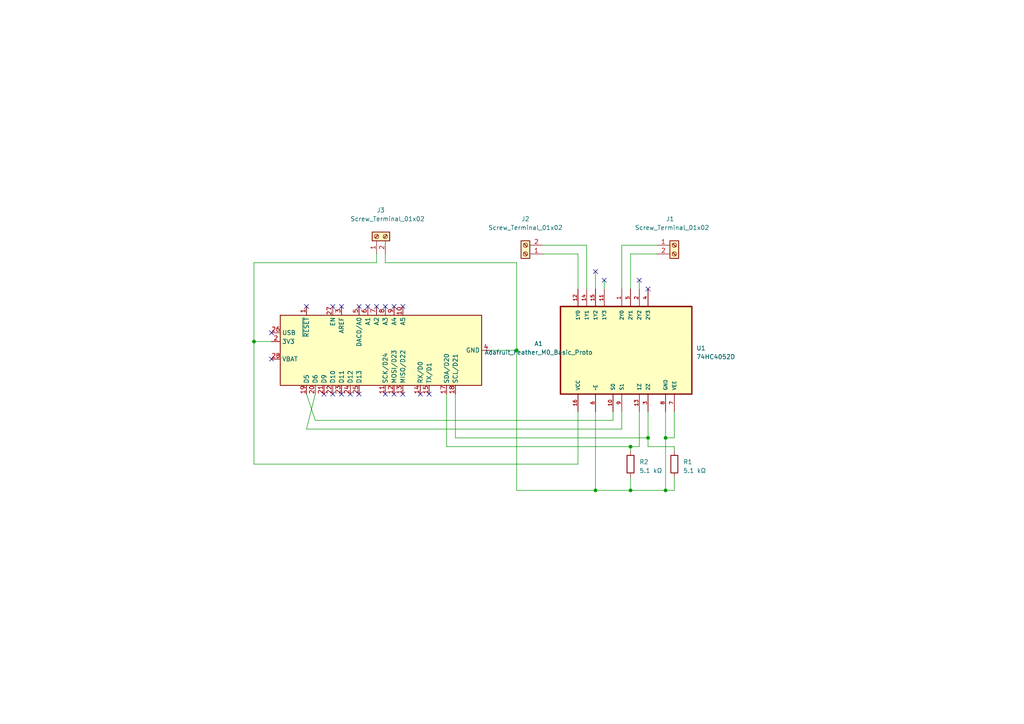
<source format=kicad_sch>
(kicad_sch (version 20230121) (generator eeschema)
  (paper "A4")
  (title_block (title "Turbidity Sensor PCB") (date "2023-06-01") (rev "1") (company "AU/AUD"))
  (lib_symbols
    (symbol "Connector:Screw_Terminal_01x02" (pin_names (offset 1.016) hide)
      (property "Reference" "J" (at 0 2.54 0))
      (property "Value" "Screw_Terminal_01x02" (at 0 -5.08 0))
      (symbol "Screw_Terminal_01x02_1_1"
        (rectangle (start -1.27 1.27) (end 1.27 -3.81) (stroke (width 0.254)) (fill (type background)))
        (circle (center 0 -2.54) (radius 0.635) (stroke (width 0.1524)))
        (polyline (pts (xy -0.5334 -2.2098) (xy 0.3302 -3.048)) (stroke (width 0.1524)))
        (polyline (pts (xy -0.5334 0.3302) (xy 0.3302 -0.508)) (stroke (width 0.1524)))
        (polyline (pts (xy -0.3556 -2.032) (xy 0.508 -2.8702)) (stroke (width 0.1524)))
        (polyline (pts (xy -0.3556 0.508) (xy 0.508 -0.3302)) (stroke (width 0.1524)))
        (circle (center 0 0) (radius 0.635) (stroke (width 0.1524)))
        (pin passive line (at -5.08 0 0) (length 3.81) (name "Pin_1") (number "1"))
        (pin passive line (at -5.08 -2.54 0) (length 3.81) (name "Pin_2") (number "2"))
      )
    )
    (symbol "Device:R" (pin_numbers hide) (pin_names (offset 0))
      (property "Reference" "R" (at 2.032 0 90))
      (property "Value" "R" (at 0 0 90))
      (symbol "R_0_1"
        (rectangle (start -1.016 -2.54) (end 1.016 2.54) (stroke (width 0.254)))
      )
      (symbol "R_1_1"
        (pin passive line (at 0 3.81 270) (length 1.27) (name "~") (number "1"))
        (pin passive line (at 0 -3.81 90) (length 1.27) (name "~") (number "2"))
      )
    )
    (symbol "MCU_Module:Adafruit_Feather_M0_Basic_Proto"
      (property "Reference" "A" (at -10.16 29.21 0))
      (property "Value" "Adafruit_Feather_M0_Basic_Proto" (at 2.54 -31.75 0))
      (symbol "Adafruit_Feather_M0_Basic_Proto_0_1"
        (rectangle (start -10.16 27.94) (end 10.16 -30.48) (stroke (width 0.254)) (fill (type background)))
      )
      (symbol "Adafruit_Feather_M0_Basic_Proto_1_1"
        (pin input line (at 12.7 20.32 180) (length 2.54) (name "~{RESET}") (number "1"))
        (pin bidirectional line (at 12.7 -7.62 180) (length 2.54) (name "A5") (number "10"))
        (pin bidirectional line (at -12.7 -2.54 0) (length 2.54) (name "SCK/D24") (number "11"))
        (pin bidirectional line (at -12.7 -5.08 0) (length 2.54) (name "MOSI/D23") (number "12"))
        (pin bidirectional line (at -12.7 -7.62 0) (length 2.54) (name "MISO/D22") (number "13"))
        (pin bidirectional line (at -12.7 -12.7 0) (length 2.54) (name "RX/D0") (number "14"))
        (pin bidirectional line (at -12.7 -15.24 0) (length 2.54) (name "TX/D1") (number "15"))
        (pin passive line (at 0 -33.02 90) (length 2.54) hide (name "GND") (number "16"))
        (pin bidirectional line (at -12.7 -20.32 0) (length 2.54) (name "SDA/D20") (number "17"))
        (pin bidirectional line (at -12.7 -22.86 0) (length 2.54) (name "SCL/D21") (number "18"))
        (pin bidirectional line (at -12.7 20.32 0) (length 2.54) (name "D5") (number "19"))
        (pin power_out line (at 2.54 30.48 270) (length 2.54) (name "3V3") (number "2"))
        (pin bidirectional line (at -12.7 17.78 0) (length 2.54) (name "D6") (number "20"))
        (pin bidirectional line (at -12.7 15.24 0) (length 2.54) (name "D9") (number "21"))
        (pin bidirectional line (at -12.7 12.7 0) (length 2.54) (name "D10") (number "22"))
        (pin bidirectional line (at -12.7 10.16 0) (length 2.54) (name "D11") (number "23"))
        (pin bidirectional line (at -12.7 7.62 0) (length 2.54) (name "D12") (number "24"))
        (pin bidirectional line (at -12.7 5.08 0) (length 2.54) (name "D13") (number "25"))
        (pin power_in line (at 5.08 30.48 270) (length 2.54) (name "USB") (number "26"))
        (pin input line (at 12.7 12.7 180) (length 2.54) (name "EN") (number "27"))
        (pin power_in line (at -2.54 30.48 270) (length 2.54) (name "VBAT") (number "28"))
        (pin input line (at 12.7 10.16 180) (length 2.54) (name "AREF") (number "3"))
        (pin input line (at 0 -33.02 90) (length 2.54) (name "GND") (number "4"))
        (pin bidirectional line (at 12.7 5.08 180) (length 2.54) (name "DAC0/A0") (number "5"))
        (pin bidirectional line (at 12.7 2.54 180) (length 2.54) (name "A1") (number "6"))
        (pin bidirectional line (at 12.7 0 180) (length 2.54) (name "A2") (number "7"))
        (pin bidirectional line (at 12.7 -2.54 180) (length 2.54) (name "A3") (number "8"))
        (pin bidirectional line (at 12.7 -5.08 180) (length 2.54) (name "A4") (number "9"))
      )
    )
    (symbol "ProjectSymbols:74HC4052D" (pin_names (offset 1.016))
      (property "Reference" "U" (at -4.8031 18.0944 0))
      (property "Value" "74HC4052D" (at -4.1929 -27.4701 0))
      (symbol "74HC4052D_0_0"
        (rectangle (start -12.7 -22.86) (end 12.7 15.24) (stroke (width 0.4064)) (fill (type background)))
        (pin bidirectional line (at 17.78 -2.54 180) (length 5.08) (name "2Y0") (number "1"))
        (pin input line (at -17.78 0 0) (length 5.08) (name "S0") (number "10"))
        (pin bidirectional line (at 17.78 2.54 180) (length 5.08) (name "1Y3") (number "11"))
        (pin bidirectional line (at 17.78 10.16 180) (length 5.08) (name "1Y0") (number "12"))
        (pin bidirectional line (at -17.78 -7.62 0) (length 5.08) (name "1Z") (number "13"))
        (pin bidirectional line (at 17.78 7.62 180) (length 5.08) (name "1Y1") (number "14"))
        (pin bidirectional line (at 17.78 5.08 180) (length 5.08) (name "1Y2") (number "15"))
        (pin power_in line (at -17.78 10.16 0) (length 5.08) (name "VCC") (number "16"))
        (pin bidirectional line (at 17.78 -7.62 180) (length 5.08) (name "2Y2") (number "2"))
        (pin bidirectional line (at -17.78 -10.16 0) (length 5.08) (name "2Z") (number "3"))
        (pin bidirectional line (at 17.78 -10.16 180) (length 5.08) (name "2Y3") (number "4"))
        (pin bidirectional line (at 17.78 -5.08 180) (length 5.08) (name "2Y1") (number "5"))
        (pin input line (at -17.78 5.08 0) (length 5.08) (name "~E") (number "6"))
        (pin power_in line (at -17.78 -17.78 0) (length 5.08) (name "VEE") (number "7"))
        (pin passive line (at -17.78 -15.24 0) (length 5.08) (name "GND") (number "8"))
        (pin input line (at -17.78 -2.54 0) (length 5.08) (name "S1") (number "9"))
      )
    )
  )
  (junction (at 193.04 142.24))
  (junction (at 182.88 142.24))
  (junction (at 73.66 99.06))
  (junction (at 182.88 129.54))
  (junction (at 172.72 142.24))
  (junction (at 187.96 127))
  (junction (at 193.04 127))
  (junction (at 149.86 101.6))
  (no_connect (at 111.76 114.3))
  (no_connect (at 111.76 88.9))
  (no_connect (at 116.84 114.3))
  (no_connect (at 78.74 104.14))
  (no_connect (at 124.46 114.3))
  (no_connect (at 93.98 114.3))
  (no_connect (at 99.06 88.9))
  (no_connect (at 101.6 114.3))
  (no_connect (at 96.52 88.9))
  (no_connect (at 96.52 114.3))
  (no_connect (at 172.72 78.74))
  (no_connect (at 121.92 114.3))
  (no_connect (at 175.26 81.28))
  (no_connect (at 109.22 88.9))
  (no_connect (at 88.9 88.9))
  (no_connect (at 106.68 88.9))
  (no_connect (at 114.3 114.3))
  (no_connect (at 116.84 88.9))
  (no_connect (at 114.3 88.9))
  (no_connect (at 104.14 114.3))
  (no_connect (at 104.14 88.9))
  (no_connect (at 99.06 114.3))
  (no_connect (at 187.96 83.82))
  (no_connect (at 185.42 81.28))
  (no_connect (at 78.74 96.52))
  (wire (pts (xy 182.88 83.82) (xy 182.88 73.66)))
  (wire (pts (xy 129.54 129.54) (xy 129.54 114.3)))
  (wire (pts (xy 182.88 142.24) (xy 193.04 142.24)))
  (wire (pts (xy 177.8 119.38) (xy 177.8 121.92)))
  (wire (pts (xy 73.66 134.62) (xy 167.64 134.62)))
  (wire (pts (xy 195.58 127) (xy 193.04 127)))
  (wire (pts (xy 180.34 124.46) (xy 88.9 124.46)))
  (wire (pts (xy 91.44 121.92) (xy 88.9 114.3)))
  (wire (pts (xy 172.72 142.24) (xy 182.88 142.24)))
  (wire (pts (xy 177.8 121.92) (xy 91.44 121.92)))
  (wire (pts (xy 180.34 71.12) (xy 190.5 71.12)))
  (wire (pts (xy 187.96 119.38) (xy 187.96 127)))
  (wire (pts (xy 172.72 119.38) (xy 172.72 142.24)))
  (wire (pts (xy 172.72 78.74) (xy 172.72 83.82)))
  (wire (pts (xy 142.24 101.6) (xy 149.86 101.6)))
  (wire (pts (xy 132.08 127) (xy 132.08 114.3)))
  (wire (pts (xy 88.9 124.46) (xy 91.44 114.3)))
  (wire (pts (xy 185.42 81.28) (xy 185.42 83.82)))
  (wire (pts (xy 193.04 142.24) (xy 195.58 142.24)))
  (wire (pts (xy 78.74 99.06) (xy 73.66 99.06)))
  (wire (pts (xy 193.04 127) (xy 193.04 142.24)))
  (wire (pts (xy 195.58 129.54) (xy 195.58 130.81)))
  (wire (pts (xy 170.18 83.82) (xy 170.18 71.12)))
  (wire (pts (xy 73.66 76.2) (xy 109.22 76.2)))
  (wire (pts (xy 187.96 127) (xy 187.96 129.54)))
  (wire (pts (xy 182.88 129.54) (xy 182.88 130.81)))
  (wire (pts (xy 149.86 101.6) (xy 149.86 76.2)))
  (wire (pts (xy 182.88 73.66) (xy 190.5 73.66)))
  (wire (pts (xy 149.86 76.2) (xy 111.76 76.2)))
  (wire (pts (xy 73.66 99.06) (xy 73.66 134.62)))
  (wire (pts (xy 167.64 73.66) (xy 157.48 73.66)))
  (wire (pts (xy 149.86 142.24) (xy 172.72 142.24)))
  (wire (pts (xy 132.08 127) (xy 187.96 127)))
  (wire (pts (xy 195.58 138.43) (xy 195.58 142.24)))
  (wire (pts (xy 182.88 129.54) (xy 129.54 129.54)))
  (wire (pts (xy 180.34 119.38) (xy 180.34 124.46)))
  (wire (pts (xy 180.34 83.82) (xy 180.34 71.12)))
  (wire (pts (xy 167.64 83.82) (xy 167.64 73.66)))
  (wire (pts (xy 182.88 138.43) (xy 182.88 142.24)))
  (wire (pts (xy 111.76 76.2) (xy 111.76 73.66)))
  (wire (pts (xy 73.66 99.06) (xy 73.66 76.2)))
  (wire (pts (xy 185.42 129.54) (xy 182.88 129.54)))
  (wire (pts (xy 167.64 134.62) (xy 167.64 119.38)))
  (wire (pts (xy 195.58 119.38) (xy 195.58 127)))
  (wire (pts (xy 193.04 119.38) (xy 193.04 127)))
  (wire (pts (xy 109.22 76.2) (xy 109.22 73.66)))
  (wire (pts (xy 185.42 119.38) (xy 185.42 129.54)))
  (wire (pts (xy 149.86 101.6) (xy 149.86 142.24)))
  (wire (pts (xy 187.96 129.54) (xy 195.58 129.54)))
  (wire (pts (xy 170.18 71.12) (xy 157.48 71.12)))
  (wire (pts (xy 175.26 81.28) (xy 175.26 83.82)))
  (symbol (lib_id "Device:R") (at 182.88 134.62 0) (unit 1)
    (property "Reference" "R2" (at 185.42 133.985 0) (effects (justify left)))
    (property "Value" "5.1 kΩ" (at 185.42 136.525 0) (effects (justify left)))
    (property "Footprint" "Resistor_SMD:R_0805_2012Metric_Pad1.20x1.40mm_HandSolder" (effects hide))
  )
  (symbol (lib_id "Connector:Screw_Terminal_01x02") (at 152.4 73.66 180) (unit 1)
    (property "Reference" "J2" (at 152.4 63.5 0))
    (property "Value" "Screw_Terminal_01x02" (at 152.4 66.04 0))
    (property "Footprint" "TerminalBlock_4Ucon:TerminalBlock_4Ucon_1x02_P3.50mm_Horizontal" (effects hide))
  )
  (symbol (lib_id "Device:R") (at 195.58 134.62 0) (unit 1)
    (property "Reference" "R1" (at 198.12 133.985 0) (effects (justify left)))
    (property "Value" "5.1 kΩ" (at 198.12 136.525 0) (effects (justify left)))
    (property "Footprint" "Resistor_SMD:R_0805_2012Metric_Pad1.20x1.40mm_HandSolder" (effects hide))
  )
  (symbol (lib_id "ProjectSymbols:74HC4052D") (at 177.8 101.6 90) (unit 1)
    (property "Reference" "U1" (at 201.93 100.965 90) (effects (justify right)))
    (property "Value" "74HC4052D" (at 201.93 103.505 90) (effects (justify right)))
    (property "Footprint" "Project:74HC4052D" (effects hide))
    (property "MPN" "74HC4052D" (effects hide))
    (property "SUPPLIER" "NXP" (effects hide))
    (property "OC_NEWARK" "-" (effects hide))
    (property "OC_FARNELL" "1201328" (effects hide))
    (property "PACKAGE" "SOIC-16" (effects hide))
  )
  (symbol (lib_id "MCU_Module:Adafruit_Feather_M0_Basic_Proto") (at 109.22 101.6 90) (unit 1)
    (property "Reference" "A1" (at 156.21 99.6697 90))
    (property "Value" "Adafruit_Feather_M0_Basic_Proto" (at 156.21 102.2097 90))
    (property "Footprint" "Module:Adafruit_Feather" (effects hide))
    (property "Datasheet" "https://cdn-learn.adafruit.com/downloads/pdf/adafruit-feather-m0-basic-proto.pdf" (effects hide))
  )
  (symbol (lib_id "Connector:Screw_Terminal_01x02") (at 109.22 68.58 90) (unit 1)
    (property "Reference" "J3" (at 109.22 60.96 90) (effects (justify right)))
    (property "Value" "Screw_Terminal_01x02" (at 101.6 63.5 90) (effects (justify right)))
    (property "Footprint" "TerminalBlock_4Ucon:TerminalBlock_4Ucon_1x02_P3.50mm_Horizontal" (effects hide))
  )
  (symbol (lib_id "Connector:Screw_Terminal_01x02") (at 195.58 71.12 0) (unit 1)
    (property "Reference" "J1" (at 195.58 63.5 0) (effects (justify right)))
    (property "Value" "Screw_Terminal_01x02" (at 205.74 66.04 0) (effects (justify right)))
    (property "Footprint" "TerminalBlock_4Ucon:TerminalBlock_4Ucon_1x02_P3.50mm_Horizontal" (effects hide))
  )
)
</source>
